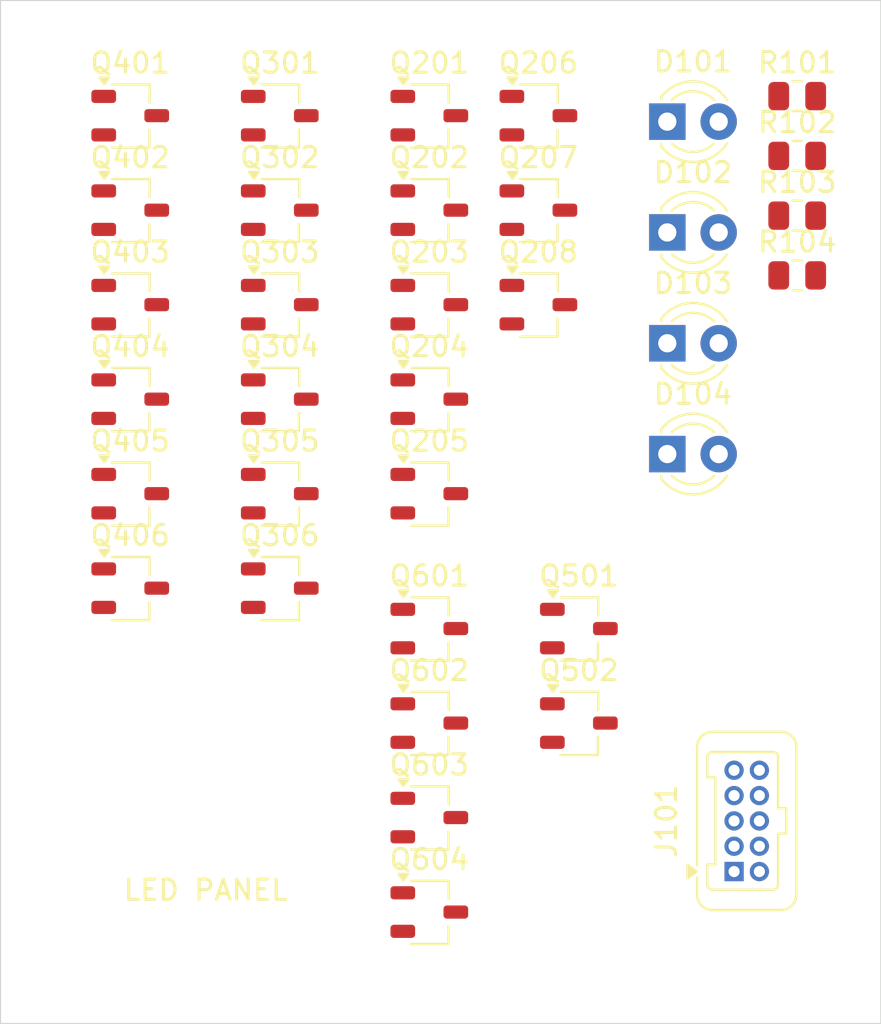
<source format=kicad_pcb>
(kicad_pcb (version 20241229) (generator "pcbnew") (generator_version "9.0")
  (layers (0 "F.Cu" signal) (2 "B.Cu" signal) (13 "F.Paste" user) (15 "B.Paste" user) (5 "F.SilkS" user "F.Silkscreen") (7 "B.SilkS" user "B.Silkscreen") (1 "F.Mask" user) (3 "B.Mask" user) (25 "Edge.Cuts" user))
  (net 0 "")
  (net 1 "GND")
  (net 2 "Net-(D101-A)")
  (net 3 "Net-(Q201-D)")
  (net 4 "/CTRL1")
  (net 5 "VCC")
  (net 6 "/CTRL0")
  (net 7 "Net-(Q203-S)")
  (net 8 "Net-(Q204-S)")
  (net 9 "/CTRL4")
  (net 10 "/and3_1/Y")
  (net 11 "/CTRL2")
  (net 12 "Net-(Q301-D)")
  (net 13 "Net-(Q302-D)")
  (net 14 "/CTRL3")
  (net 15 "/and2_1/A")
  (net 16 "Net-(Q401-D)")
  (net 17 "Net-(Q402-D)")
  (net 18 "/and2_1/Y")
  (net 19 "/or2_2/Y")
  (net 20 "Net-(D102-A)")
  (net 21 "Net-(D103-A)")
  (net 22 "Net-(D104-A)")
  (net 23 "/and2_1/nand2_1/Y")
  (net 24 "Net-(Q602-S)")
  (net 25 "LESS_FL")
  (net 26 "EQ_FL")
  (net 27 "GREAT_FL")
  (footprint "LED_THT:LED_D3.0mm" (layer "F.Cu") (at 129.95 70.98)
    (property "Reference" "D101" (at 1.27 -2.96 0) (layer "F.SilkS"))
    (property "Value" "LED22")
    (fp_line (start -0.29 -1.236) (end -0.29 -1.08) (stroke (width 0.12)) (layer "F.SilkS"))
    (fp_line (start -0.29 1.08) (end -0.29 1.236) (stroke (width 0.12)) (layer "F.SilkS"))
    (fp_arc (start -0.29 -1.235516) (mid 1.36566 -1.987699) (end 2.941437 -1.08) (stroke (width 0.12)) (layer "F.SilkS"))
    (fp_arc (start 0.229039 -1.08) (mid 1.27 -1.5) (end 2.310961 -1.08) (stroke (width 0.12)) (layer "F.SilkS"))
    (fp_arc (start 2.310961 1.08) (mid 1.27 1.5) (end 0.229039 1.08) (stroke (width 0.12)) (layer "F.SilkS"))
    (fp_arc (start 2.941437 1.08) (mid 1.36566 1.987699) (end -0.29 1.235516) (stroke (width 0.12)) (layer "F.SilkS"))
    (pad "1" thru_hole rect (at 0 0) (size 1.8 1.8) (drill 0.9) (layers "*.Cu" "*.Mask") (net 1 "GND"))
    (pad "2" thru_hole circle (at 2.54 0) (size 1.8 1.8) (drill 0.9) (layers "*.Cu" "*.Mask") (net 2 "Net-(D101-A)"))
  )
  (footprint "Package_TO_SOT_SMD:TSOT-23" (layer "F.Cu") (at 110.8 70.685)
    (property "Reference" "Q301" (at 0 -2.6 0) (layer "F.SilkS"))
    (property "Value" "NMOS")
    (fp_line (start 0.945 0.69) (end 0.945 1.58) (stroke (width 0.12)) (layer "F.SilkS"))
    (fp_line (start 0.945 1.58) (end -0.905 1.58) (stroke (width 0.12)) (layer "F.SilkS"))
    (fp_line (start 0.96 -1.54) (end -0.89 -1.54) (stroke (width 0.12)) (layer "F.SilkS"))
    (fp_line (start 0.96 -1.54) (end 0.96 -0.65) (stroke (width 0.12)) (layer "F.SilkS"))
    (fp_poly (pts (xy -1.28 -1.55) (xy -1.52 -1.88) (xy -1.04 -1.88) (xy -1.28 -1.55)) (stroke (width 0.12)) (fill yes) (layer "F.SilkS"))
    (pad "1" smd roundrect (at -1.31 -0.95) (size 1.22 0.65) (layers "F.Cu" "F.Mask" "F.Paste") (net 12 "Net-(Q301-D)"))
    (pad "2" smd roundrect (at -1.31 0.95) (size 1.22 0.65) (layers "F.Cu" "F.Mask" "F.Paste") (net 11 "/CTRL2"))
    (pad "3" smd roundrect (at 1.31 0) (size 1.22 0.65) (layers "F.Cu" "F.Mask" "F.Paste") (net 1 "GND"))
  )
  (footprint "Package_TO_SOT_SMD:TSOT-23" (layer "F.Cu") (at 110.8 94.01)
    (property "Reference" "Q306" (at 0 -2.6 0) (layer "F.SilkS"))
    (property "Value" "NMOS")
    (fp_line (start 0.945 0.69) (end 0.945 1.58) (stroke (width 0.12)) (layer "F.SilkS"))
    (fp_line (start 0.945 1.58) (end -0.905 1.58) (stroke (width 0.12)) (layer "F.SilkS"))
    (fp_line (start 0.96 -1.54) (end -0.89 -1.54) (stroke (width 0.12)) (layer "F.SilkS"))
    (fp_line (start 0.96 -1.54) (end 0.96 -0.65) (stroke (width 0.12)) (layer "F.SilkS"))
    (fp_poly (pts (xy -1.28 -1.55) (xy -1.52 -1.88) (xy -1.04 -1.88) (xy -1.28 -1.55)) (stroke (width 0.12)) (fill yes) (layer "F.SilkS"))
    (pad "1" smd roundrect (at -1.31 -0.95) (size 1.22 0.65) (layers "F.Cu" "F.Mask" "F.Paste") (net 15 "/and2_1/A"))
    (pad "2" smd roundrect (at -1.31 0.95) (size 1.22 0.65) (layers "F.Cu" "F.Mask" "F.Paste") (net 12 "Net-(Q301-D)"))
    (pad "3" smd roundrect (at 1.31 0) (size 1.22 0.65) (layers "F.Cu" "F.Mask" "F.Paste") (net 1 "GND"))
  )
  (footprint "Package_TO_SOT_SMD:TSOT-23" (layer "F.Cu") (at 110.8 84.68)
    (property "Reference" "Q304" (at 0 -2.6 0) (layer "F.SilkS"))
    (property "Value" "NMOS")
    (fp_line (start 0.945 0.69) (end 0.945 1.58) (stroke (width 0.12)) (layer "F.SilkS"))
    (fp_line (start 0.945 1.58) (end -0.905 1.58) (stroke (width 0.12)) (layer "F.SilkS"))
    (fp_line (start 0.96 -1.54) (end -0.89 -1.54) (stroke (width 0.12)) (layer "F.SilkS"))
    (fp_line (start 0.96 -1.54) (end 0.96 -0.65) (stroke (width 0.12)) (layer "F.SilkS"))
    (fp_poly (pts (xy -1.28 -1.55) (xy -1.52 -1.88) (xy -1.04 -1.88) (xy -1.28 -1.55)) (stroke (width 0.12)) (fill yes) (layer "F.SilkS"))
    (pad "1" smd roundrect (at -1.31 -0.95) (size 1.22 0.65) (layers "F.Cu" "F.Mask" "F.Paste") (net 12 "Net-(Q301-D)"))
    (pad "2" smd roundrect (at -1.31 0.95) (size 1.22 0.65) (layers "F.Cu" "F.Mask" "F.Paste") (net 14 "/CTRL3"))
    (pad "3" smd roundrect (at 1.31 0) (size 1.22 0.65) (layers "F.Cu" "F.Mask" "F.Paste") (net 1 "GND"))
  )
  (footprint "Package_TO_SOT_SMD:TSOT-23" (layer "F.Cu") (at 123.58 70.685)
    (property "Reference" "Q206" (at 0 -2.6 0) (layer "F.SilkS"))
    (property "Value" "PMOS")
    (fp_line (start 0.945 0.69) (end 0.945 1.58) (stroke (width 0.12)) (layer "F.SilkS"))
    (fp_line (start 0.945 1.58) (end -0.905 1.58) (stroke (width 0.12)) (layer "F.SilkS"))
    (fp_line (start 0.96 -1.54) (end -0.89 -1.54) (stroke (width 0.12)) (layer "F.SilkS"))
    (fp_line (start 0.96 -1.54) (end 0.96 -0.65) (stroke (width 0.12)) (layer "F.SilkS"))
    (fp_poly (pts (xy -1.28 -1.55) (xy -1.52 -1.88) (xy -1.04 -1.88) (xy -1.28 -1.55)) (stroke (width 0.12)) (fill yes) (layer "F.SilkS"))
    (pad "1" smd roundrect (at -1.31 -0.95) (size 1.22 0.65) (layers "F.Cu" "F.Mask" "F.Paste") (net 3 "Net-(Q201-D)"))
    (pad "2" smd roundrect (at -1.31 0.95) (size 1.22 0.65) (layers "F.Cu" "F.Mask" "F.Paste") (net 9 "/CTRL4"))
    (pad "3" smd roundrect (at 1.31 0) (size 1.22 0.65) (layers "F.Cu" "F.Mask" "F.Paste") (net 5 "VCC"))
  )
  (footprint "Package_TO_SOT_SMD:TSOT-23" (layer "F.Cu") (at 103.41 75.35)
    (property "Reference" "Q402" (at 0 -2.6 0) (layer "F.SilkS"))
    (property "Value" "PMOS")
    (fp_line (start 0.945 0.69) (end 0.945 1.58) (stroke (width 0.12)) (layer "F.SilkS"))
    (fp_line (start 0.945 1.58) (end -0.905 1.58) (stroke (width 0.12)) (layer "F.SilkS"))
    (fp_line (start 0.96 -1.54) (end -0.89 -1.54) (stroke (width 0.12)) (layer "F.SilkS"))
    (fp_line (start 0.96 -1.54) (end 0.96 -0.65) (stroke (width 0.12)) (layer "F.SilkS"))
    (fp_poly (pts (xy -1.28 -1.55) (xy -1.52 -1.88) (xy -1.04 -1.88) (xy -1.28 -1.55)) (stroke (width 0.12)) (fill yes) (layer "F.SilkS"))
    (pad "1" smd roundrect (at -1.31 -0.95) (size 1.22 0.65) (layers "F.Cu" "F.Mask" "F.Paste") (net 17 "Net-(Q402-D)"))
    (pad "2" smd roundrect (at -1.31 0.95) (size 1.22 0.65) (layers "F.Cu" "F.Mask" "F.Paste") (net 10 "/and3_1/Y"))
    (pad "3" smd roundrect (at 1.31 0) (size 1.22 0.65) (layers "F.Cu" "F.Mask" "F.Paste") (net 5 "VCC"))
  )
  (footprint "Package_TO_SOT_SMD:TSOT-23" (layer "F.Cu") (at 103.41 89.345)
    (property "Reference" "Q405" (at 0 -2.6 0) (layer "F.SilkS"))
    (property "Value" "PMOS")
    (fp_line (start 0.945 0.69) (end 0.945 1.58) (stroke (width 0.12)) (layer "F.SilkS"))
    (fp_line (start 0.945 1.58) (end -0.905 1.58) (stroke (width 0.12)) (layer "F.SilkS"))
    (fp_line (start 0.96 -1.54) (end -0.89 -1.54) (stroke (width 0.12)) (layer "F.SilkS"))
    (fp_line (start 0.96 -1.54) (end 0.96 -0.65) (stroke (width 0.12)) (layer "F.SilkS"))
    (fp_poly (pts (xy -1.28 -1.55) (xy -1.52 -1.88) (xy -1.04 -1.88) (xy -1.28 -1.55)) (stroke (width 0.12)) (fill yes) (layer "F.SilkS"))
    (pad "1" smd roundrect (at -1.31 -0.95) (size 1.22 0.65) (layers "F.Cu" "F.Mask" "F.Paste") (net 19 "/or2_2/Y"))
    (pad "2" smd roundrect (at -1.31 0.95) (size 1.22 0.65) (layers "F.Cu" "F.Mask" "F.Paste") (net 16 "Net-(Q401-D)"))
    (pad "3" smd roundrect (at 1.31 0) (size 1.22 0.65) (layers "F.Cu" "F.Mask" "F.Paste") (net 5 "VCC"))
  )
  (footprint "Package_TO_SOT_SMD:TSOT-23" (layer "F.Cu") (at 118.19 96.005)
    (property "Reference" "Q601" (at 0 -2.6 0) (layer "F.SilkS"))
    (property "Value" "PMOS")
    (fp_line (start 0.945 0.69) (end 0.945 1.58) (stroke (width 0.12)) (layer "F.SilkS"))
    (fp_line (start 0.945 1.58) (end -0.905 1.58) (stroke (width 0.12)) (layer "F.SilkS"))
    (fp_line (start 0.96 -1.54) (end -0.89 -1.54) (stroke (width 0.12)) (layer "F.SilkS"))
    (fp_line (start 0.96 -1.54) (end 0.96 -0.65) (stroke (width 0.12)) (layer "F.SilkS"))
    (fp_poly (pts (xy -1.28 -1.55) (xy -1.52 -1.88) (xy -1.04 -1.88) (xy -1.28 -1.55)) (stroke (width 0.12)) (fill yes) (layer "F.SilkS"))
    (pad "1" smd roundrect (at -1.31 -0.95) (size 1.22 0.65) (layers "F.Cu" "F.Mask" "F.Paste") (net 23 "/and2_1/nand2_1/Y"))
    (pad "2" smd roundrect (at -1.31 0.95) (size 1.22 0.65) (layers "F.Cu" "F.Mask" "F.Paste") (net 15 "/and2_1/A"))
    (pad "3" smd roundrect (at 1.31 0) (size 1.22 0.65) (layers "F.Cu" "F.Mask" "F.Paste") (net 5 "VCC"))
  )
  (footprint "Package_TO_SOT_SMD:TSOT-23" (layer "F.Cu") (at 118.19 84.68)
    (property "Reference" "Q204" (at 0 -2.6 0) (layer "F.SilkS"))
    (property "Value" "NMOS")
    (fp_line (start 0.945 0.69) (end 0.945 1.58) (stroke (width 0.12)) (layer "F.SilkS"))
    (fp_line (start 0.945 1.58) (end -0.905 1.58) (stroke (width 0.12)) (layer "F.SilkS"))
    (fp_line (start 0.96 -1.54) (end -0.89 -1.54) (stroke (width 0.12)) (layer "F.SilkS"))
    (fp_line (start 0.96 -1.54) (end 0.96 -0.65) (stroke (width 0.12)) (layer "F.SilkS"))
    (fp_poly (pts (xy -1.28 -1.55) (xy -1.52 -1.88) (xy -1.04 -1.88) (xy -1.28 -1.55)) (stroke (width 0.12)) (fill yes) (layer "F.SilkS"))
    (pad "1" smd roundrect (at -1.31 -0.95) (size 1.22 0.65) (layers "F.Cu" "F.Mask" "F.Paste") (net 7 "Net-(Q203-S)"))
    (pad "2" smd roundrect (at -1.31 0.95) (size 1.22 0.65) (layers "F.Cu" "F.Mask" "F.Paste") (net 6 "/CTRL0"))
    (pad "3" smd roundrect (at 1.31 0) (size 1.22 0.65) (layers "F.Cu" "F.Mask" "F.Paste") (net 8 "Net-(Q204-S)"))
  )
  (footprint "Resistor_SMD:R_0805_2012Metric" (layer "F.Cu") (at 136.37 75.62)
    (property "Reference" "R103" (at 0 -1.65 0) (layer "F.SilkS"))
    (property "Value" "300")
    (fp_line (start -0.227064 -0.735) (end 0.227064 -0.735) (stroke (width 0.12)) (layer "F.SilkS"))
    (fp_line (start -0.227064 0.735) (end 0.227064 0.735) (stroke (width 0.12)) (layer "F.SilkS"))
    (pad "1" smd roundrect (at -0.9125 0) (size 1.025 1.4) (layers "F.Cu" "F.Mask" "F.Paste") (roundrect_rratio 0.243902) (net 21 "Net-(D103-A)"))
    (pad "2" smd roundrect (at 0.9125 0) (size 1.025 1.4) (layers "F.Cu" "F.Mask" "F.Paste") (roundrect_rratio 0.243902) (net 27 "GREAT_FL"))
  )
  (footprint "Package_TO_SOT_SMD:TSOT-23" (layer "F.Cu") (at 118.19 80.015)
    (property "Reference" "Q203" (at 0 -2.6 0) (layer "F.SilkS"))
    (property "Value" "NMOS")
    (fp_line (start 0.945 0.69) (end 0.945 1.58) (stroke (width 0.12)) (layer "F.SilkS"))
    (fp_line (start 0.945 1.58) (end -0.905 1.58) (stroke (width 0.12)) (layer "F.SilkS"))
    (fp_line (start 0.96 -1.54) (end -0.89 -1.54) (stroke (width 0.12)) (layer "F.SilkS"))
    (fp_line (start 0.96 -1.54) (end 0.96 -0.65) (stroke (width 0.12)) (layer "F.SilkS"))
    (fp_poly (pts (xy -1.28 -1.55) (xy -1.52 -1.88) (xy -1.04 -1.88) (xy -1.28 -1.55)) (stroke (width 0.12)) (fill yes) (layer "F.SilkS"))
    (pad "1" smd roundrect (at -1.31 -0.95) (size 1.22 0.65) (layers "F.Cu" "F.Mask" "F.Paste") (net 3 "Net-(Q201-D)"))
    (pad "2" smd roundrect (at -1.31 0.95) (size 1.22 0.65) (layers "F.Cu" "F.Mask" "F.Paste") (net 4 "/CTRL1"))
    (pad "3" smd roundrect (at 1.31 0) (size 1.22 0.65) (layers "F.Cu" "F.Mask" "F.Paste") (net 7 "Net-(Q203-S)"))
  )
  (footprint "Resistor_SMD:R_0805_2012Metric" (layer "F.Cu") (at 136.37 78.57)
    (property "Reference" "R104" (at 0 -1.65 0) (layer "F.SilkS"))
    (property "Value" "300")
    (fp_line (start -0.227064 -0.735) (end 0.227064 -0.735) (stroke (width 0.12)) (layer "F.SilkS"))
    (fp_line (start -0.227064 0.735) (end 0.227064 0.735) (stroke (width 0.12)) (layer "F.SilkS"))
    (pad "1" smd roundrect (at -0.9125 0) (size 1.025 1.4) (layers "F.Cu" "F.Mask" "F.Paste") (roundrect_rratio 0.243902) (net 22 "Net-(D104-A)"))
    (pad "2" smd roundrect (at 0.9125 0) (size 1.025 1.4) (layers "F.Cu" "F.Mask" "F.Paste") (roundrect_rratio 0.243902) (net 19 "/or2_2/Y"))
  )
  (footprint "Package_TO_SOT_SMD:TSOT-23" (layer "F.Cu") (at 125.58 100.67)
    (property "Reference" "Q502" (at 0 -2.6 0) (layer "F.SilkS"))
    (property "Value" "NMOS")
    (fp_line (start 0.945 0.69) (end 0.945 1.58) (stroke (width 0.12)) (layer "F.SilkS"))
    (fp_line (start 0.945 1.58) (end -0.905 1.58) (stroke (width 0.12)) (layer "F.SilkS"))
    (fp_line (start 0.96 -1.54) (end -0.89 -1.54) (stroke (width 0.12)) (layer "F.SilkS"))
    (fp_line (start 0.96 -1.54) (end 0.96 -0.65) (stroke (width 0.12)) (layer "F.SilkS"))
    (fp_poly (pts (xy -1.28 -1.55) (xy -1.52 -1.88) (xy -1.04 -1.88) (xy -1.28 -1.55)) (stroke (width 0.12)) (fill yes) (layer "F.SilkS"))
    (pad "1" smd roundrect (at -1.31 -0.95) (size 1.22 0.65) (layers "F.Cu" "F.Mask" "F.Paste") (net 18 "/and2_1/Y"))
    (pad "2" smd roundrect (at -1.31 0.95) (size 1.22 0.65) (layers "F.Cu" "F.Mask" "F.Paste") (net 23 "/and2_1/nand2_1/Y"))
    (pad "3" smd roundrect (at 1.31 0) (size 1.22 0.65) (layers "F.Cu" "F.Mask" "F.Paste") (net 1 "GND"))
  )
  (footprint "Package_TO_SOT_SMD:TSOT-23" (layer "F.Cu") (at 118.19 75.35)
    (property "Reference" "Q202" (at 0 -2.6 0) (layer "F.SilkS"))
    (property "Value" "PMOS")
    (fp_line (start 0.945 0.69) (end 0.945 1.58) (stroke (width 0.12)) (layer "F.SilkS"))
    (fp_line (start 0.945 1.58) (end -0.905 1.58) (stroke (width 0.12)) (layer "F.SilkS"))
    (fp_line (start 0.96 -1.54) (end -0.89 -1.54) (stroke (width 0.12)) (layer "F.SilkS"))
    (fp_line (start 0.96 -1.54) (end 0.96 -0.65) (stroke (width 0.12)) (layer "F.SilkS"))
    (fp_poly (pts (xy -1.28 -1.55) (xy -1.52 -1.88) (xy -1.04 -1.88) (xy -1.28 -1.55)) (stroke (width 0.12)) (fill yes) (layer "F.SilkS"))
    (pad "1" smd roundrect (at -1.31 -0.95) (size 1.22 0.65) (layers "F.Cu" "F.Mask" "F.Paste") (net 3 "Net-(Q201-D)"))
    (pad "2" smd roundrect (at -1.31 0.95) (size 1.22 0.65) (layers "F.Cu" "F.Mask" "F.Paste") (net 6 "/CTRL0"))
    (pad "3" smd roundrect (at 1.31 0) (size 1.22 0.65) (layers "F.Cu" "F.Mask" "F.Paste") (net 5 "VCC"))
  )
  (footprint "LED_THT:LED_D3.0mm" (layer "F.Cu") (at 129.95 76.45)
    (property "Reference" "D102" (at 1.27 -2.96 0) (layer "F.SilkS"))
    (property "Value" "LED21")
    (fp_line (start -0.29 -1.236) (end -0.29 -1.08) (stroke (width 0.12)) (layer "F.SilkS"))
    (fp_line (start -0.29 1.08) (end -0.29 1.236) (stroke (width 0.12)) (layer "F.SilkS"))
    (fp_arc (start -0.29 -1.235516) (mid 1.36566 -1.987699) (end 2.941437 -1.08) (stroke (width 0.12)) (layer "F.SilkS"))
    (fp_arc (start 0.229039 -1.08) (mid 1.27 -1.5) (end 2.310961 -1.08) (stroke (width 0.12)) (layer "F.SilkS"))
    (fp_arc (start 2.310961 1.08) (mid 1.27 1.5) (end 0.229039 1.08) (stroke (width 0.12)) (layer "F.SilkS"))
    (fp_arc (start 2.941437 1.08) (mid 1.36566 1.987699) (end -0.29 1.235516) (stroke (width 0.12)) (layer "F.SilkS"))
    (pad "1" thru_hole rect (at 0 0) (size 1.8 1.8) (drill 0.9) (layers "*.Cu" "*.Mask") (net 1 "GND"))
    (pad "2" thru_hole circle (at 2.54 0) (size 1.8 1.8) (drill 0.9) (layers "*.Cu" "*.Mask") (net 20 "Net-(D102-A)"))
  )
  (footprint "Package_TO_SOT_SMD:TSOT-23" (layer "F.Cu") (at 118.19 100.67)
    (property "Reference" "Q602" (at 0 -2.6 0) (layer "F.SilkS"))
    (property "Value" "NMOS")
    (fp_line (start 0.945 0.69) (end 0.945 1.58) (stroke (width 0.12)) (layer "F.SilkS"))
    (fp_line (start 0.945 1.58) (end -0.905 1.58) (stroke (width 0.12)) (layer "F.SilkS"))
    (fp_line (start 0.96 -1.54) (end -0.89 -1.54) (stroke (width 0.12)) (layer "F.SilkS"))
    (fp_line (start 0.96 -1.54) (end 0.96 -0.65) (stroke (width 0.12)) (layer "F.SilkS"))
    (fp_poly (pts (xy -1.28 -1.55) (xy -1.52 -1.88) (xy -1.04 -1.88) (xy -1.28 -1.55)) (stroke (width 0.12)) (fill yes) (layer "F.SilkS"))
    (pad "1" smd roundrect (at -1.31 -0.95) (size 1.22 0.65) (layers "F.Cu" "F.Mask" "F.Paste") (net 23 "/and2_1/nand2_1/Y"))
    (pad "2" smd roundrect (at -1.31 0.95) (size 1.22 0.65) (layers "F.Cu" "F.Mask" "F.Paste") (net 9 "/CTRL4"))
    (pad "3" smd roundrect (at 1.31 0) (size 1.22 0.65) (layers "F.Cu" "F.Mask" "F.Paste") (net 24 "Net-(Q602-S)"))
  )
  (footprint "Resistor_SMD:R_0805_2012Metric" (layer "F.Cu") (at 136.37 69.72)
    (property "Reference" "R101" (at 0 -1.65 0) (layer "F.SilkS"))
    (property "Value" "300")
    (fp_line (start -0.227064 -0.735) (end 0.227064 -0.735) (stroke (width 0.12)) (layer "F.SilkS"))
    (fp_line (start -0.227064 0.735) (end 0.227064 0.735) (stroke (width 0.12)) (layer "F.SilkS"))
    (pad "1" smd roundrect (at -0.9125 0) (size 1.025 1.4) (layers "F.Cu" "F.Mask" "F.Paste") (roundrect_rratio 0.243902) (net 2 "Net-(D101-A)"))
    (pad "2" smd roundrect (at 0.9125 0) (size 1.025 1.4) (layers "F.Cu" "F.Mask" "F.Paste") (roundrect_rratio 0.243902) (net 25 "LESS_FL"))
  )
  (footprint "Package_TO_SOT_SMD:TSOT-23" (layer "F.Cu") (at 125.58 96.005)
    (property "Reference" "Q501" (at 0 -2.6 0) (layer "F.SilkS"))
    (property "Value" "PMOS")
    (fp_line (start 0.945 0.69) (end 0.945 1.58) (stroke (width 0.12)) (layer "F.SilkS"))
    (fp_line (start 0.945 1.58) (end -0.905 1.58) (stroke (width 0.12)) (layer "F.SilkS"))
    (fp_line (start 0.96 -1.54) (end -0.89 -1.54) (stroke (width 0.12)) (layer "F.SilkS"))
    (fp_line (start 0.96 -1.54) (end 0.96 -0.65) (stroke (width 0.12)) (layer "F.SilkS"))
    (fp_poly (pts (xy -1.28 -1.55) (xy -1.52 -1.88) (xy -1.04 -1.88) (xy -1.28 -1.55)) (stroke (width 0.12)) (fill yes) (layer "F.SilkS"))
    (pad "1" smd roundrect (at -1.31 -0.95) (size 1.22 0.65) (layers "F.Cu" "F.Mask" "F.Paste") (net 18 "/and2_1/Y"))
    (pad "2" smd roundrect (at -1.31 0.95) (size 1.22 0.65) (layers "F.Cu" "F.Mask" "F.Paste") (net 23 "/and2_1/nand2_1/Y"))
    (pad "3" smd roundrect (at 1.31 0) (size 1.22 0.65) (layers "F.Cu" "F.Mask" "F.Paste") (net 5 "VCC"))
  )
  (footprint "Package_TO_SOT_SMD:TSOT-23" (layer "F.Cu") (at 123.58 75.35)
    (property "Reference" "Q207" (at 0 -2.6 0) (layer "F.SilkS"))
    (property "Value" "PMOS")
    (fp_line (start 0.945 0.69) (end 0.945 1.58) (stroke (width 0.12)) (layer "F.SilkS"))
    (fp_line (start 0.945 1.58) (end -0.905 1.58) (stroke (width 0.12)) (layer "F.SilkS"))
    (fp_line (start 0.96 -1.54) (end -0.89 -1.54) (stroke (width 0.12)) (layer "F.SilkS"))
    (fp_line (start 0.96 -1.54) (end 0.96 -0.65) (stroke (width 0.12)) (layer "F.SilkS"))
    (fp_poly (pts (xy -1.28 -1.55) (xy -1.52 -1.88) (xy -1.04 -1.88) (xy -1.28 -1.55)) (stroke (width 0.12)) (fill yes) (layer "F.SilkS"))
    (pad "1" smd roundrect (at -1.31 -0.95) (size 1.22 0.65) (layers "F.Cu" "F.Mask" "F.Paste") (net 10 "/and3_1/Y"))
    (pad "2" smd roundrect (at -1.31 0.95) (size 1.22 0.65) (layers "F.Cu" "F.Mask" "F.Paste") (net 3 "Net-(Q201-D)"))
    (pad "3" smd roundrect (at 1.31 0) (size 1.22 0.65) (layers "F.Cu" "F.Mask" "F.Paste") (net 5 "VCC"))
  )
  (footprint "Connector_Harwin:Harwin_Gecko-G125-FVX1005L0X_2x05_P1.25mm_Vertical" (layer "F.Cu") (at 133.25 108 90)
    (property "Reference" "J101" (at 2.5 -3.35 90) (layer "F.SilkS"))
    (property "Value" "Conn_01x10_Pin")
    (fp_line (start 0.3 -1.825) (end 6.15 -1.825) (stroke (width 0.12)) (layer "F.SilkS"))
    (fp_line (start -1.15 -1.825) (end -0.3 -1.825) (stroke (width 0.12)) (layer "F.SilkS"))
    (fp_line (start 4.65 -1.325) (end 5.65 -1.325) (stroke (width 0.12)) (layer "F.SilkS"))
    (fp_line (start 0.35 -1.325) (end 0.35 -0.925) (stroke (width 0.12)) (layer "F.SilkS"))
    (fp_line (start -0.65 -1.325) (end 0.35 -1.325) (stroke (width 0.12)) (layer "F.SilkS"))
    (fp_line (start 6.9 -1.075) (end 6.9 2.325) (stroke (width 0.12)) (layer "F.SilkS"))
    (fp_line (start 5.9 -1.075) (end 5.9 1.925) (stroke (width 0.12)) (layer "F.SilkS"))
    (fp_line (start -0.9 -1.075) (end -0.9 1.925) (stroke (width 0.12)) (layer "F.SilkS"))
    (fp_line (start -1.9 -1.075) (end -1.9 2.325) (stroke (width 0.12)) (layer "F.SilkS"))
    (fp_line (start 4.65 -0.925) (end 4.65 -1.325) (stroke (width 0.12)) (layer "F.SilkS"))
    (fp_line (start 0.35 -0.925) (end 4.65 -0.925) (stroke (width 0.12)) (layer "F.SilkS"))
    (fp_line (start 3.125 2.175) (end 5.65 2.175) (stroke (width 0.12)) (layer "F.SilkS"))
    (fp_line (start 1.875 2.175) (end 1.875 2.575) (stroke (width 0.12)) (layer "F.SilkS"))
    (fp_line (start -0.65 2.175) (end 1.875 2.175) (stroke (width 0.12)) (layer "F.SilkS"))
    (fp_line (start 3.125 2.575) (end 3.125 2.175) (stroke (width 0.12)) (layer "F.SilkS"))
    (fp_line (start 1.875 2.575) (end 3.125 2.575) (stroke (width 0.12)) (layer "F.SilkS"))
    (fp_line (start -1.15 3.075) (end 6.15 3.075) (stroke (width 0.12)) (layer "F.SilkS"))
    (fp_arc (start 6.15 -1.825) (mid 6.68033 -1.60533) (end 6.9 -1.075) (stroke (width 0.12)) (layer "F.SilkS"))
    (fp_arc (start 5.65 -1.325) (mid 5.826777 -1.251777) (end 5.9 -1.075) (stroke (width 0.12)) (layer "F.SilkS"))
    (fp_arc (start -0.9 -1.075) (mid -0.826777 -1.251777) (end -0.65 -1.325) (stroke (width 0.12)) (layer "F.SilkS"))
    (fp_arc (start -1.9 -1.075) (mid -1.68033 -1.60533) (end -1.15 -1.825) (stroke (width 0.12)) (layer "F.SilkS"))
    (fp_arc (start 5.9 1.925) (mid 5.826777 2.101777) (end 5.65 2.175) (stroke (width 0.12)) (layer "F.SilkS"))
    (fp_arc (start -0.65 2.175) (mid -0.826777 2.101777) (end -0.9 1.925) (stroke (width 0.12)) (layer "F.SilkS"))
    (fp_arc (start 6.9 2.325) (mid 6.68033 2.85533) (end 6.15 3.075) (stroke (width 0.12)) (layer "F.SilkS"))
    (fp_arc (start -1.15 3.075) (mid -1.68033 2.85533) (end -1.9 2.325) (stroke (width 0.12)) (layer "F.SilkS"))
    (fp_poly (pts (xy 0 -1.83) (xy -0.34 -2.3) (xy 0.34 -2.3) (xy 0 -1.83)) (stroke (width 0.12)) (fill yes) (layer "F.SilkS"))
    (pad "1" thru_hole rect (at 0 0 90) (size 0.95 0.95) (drill 0.55) (layers "*.Cu" "*.Mask"))
    (pad "2" thru_hole circle (at 1.25 0 90) (size 0.95 0.95) (drill 0.55) (layers "*.Cu" "*.Mask"))
    (pad "3" thru_hole circle (at 2.5 0 90) (size 0.95 0.95) (drill 0.55) (layers "*.Cu" "*.Mask"))
    (pad "4" thru_hole circle (at 3.75 0 90) (size 0.95 0.95) (drill 0.55) (layers "*.Cu" "*.Mask"))
    (pad "5" thru_hole circle (at 5 0 90) (size 0.95 0.95) (drill 0.55) (layers "*.Cu" "*.Mask"))
    (pad "6" thru_hole circle (at 0 1.25 90) (size 0.95 0.95) (drill 0.55) (layers "*.Cu" "*.Mask"))
    (pad "7" thru_hole circle (at 1.25 1.25 90) (size 0.95 0.95) (drill 0.55) (layers "*.Cu" "*.Mask"))
    (pad "8" thru_hole circle (at 2.5 1.25 90) (size 0.95 0.95) (drill 0.55) (layers "*.Cu" "*.Mask"))
    (pad "9" thru_hole circle (at 3.75 1.25 90) (size 0.95 0.95) (drill 0.55) (layers "*.Cu" "*.Mask"))
    (pad "10" thru_hole circle (at 5 1.25 90) (size 0.95 0.95) (drill 0.55) (layers "*.Cu" "*.Mask"))
  )
  (footprint "LED_THT:LED_D3.0mm" (layer "F.Cu") (at 129.95 81.92)
    (property "Reference" "D103" (at 1.27 -2.96 0) (layer "F.SilkS"))
    (property "Value" "LED23")
    (fp_line (start -0.29 -1.236) (end -0.29 -1.08) (stroke (width 0.12)) (layer "F.SilkS"))
    (fp_line (start -0.29 1.08) (end -0.29 1.236) (stroke (width 0.12)) (layer "F.SilkS"))
    (fp_arc (start -0.29 -1.235516) (mid 1.36566 -1.987699) (end 2.941437 -1.08) (stroke (width 0.12)) (layer "F.SilkS"))
    (fp_arc (start 0.229039 -1.08) (mid 1.27 -1.5) (end 2.310961 -1.08) (stroke (width 0.12)) (layer "F.SilkS"))
    (fp_arc (start 2.310961 1.08) (mid 1.27 1.5) (end 0.229039 1.08) (stroke (width 0.12)) (layer "F.SilkS"))
    (fp_arc (start 2.941437 1.08) (mid 1.36566 1.987699) (end -0.29 1.235516) (stroke (width 0.12)) (layer "F.SilkS"))
    (pad "1" thru_hole rect (at 0 0) (size 1.8 1.8) (drill 0.9) (layers "*.Cu" "*.Mask") (net 1 "GND"))
    (pad "2" thru_hole circle (at 2.54 0) (size 1.8 1.8) (drill 0.9) (layers "*.Cu" "*.Mask") (net 21 "Net-(D103-A)"))
  )
  (footprint "Package_TO_SOT_SMD:TSOT-23" (layer "F.Cu") (at 118.19 70.685)
    (property "Reference" "Q201" (at 0 -2.6 0) (layer "F.SilkS"))
    (property "Value" "PMOS")
    (fp_line (start 0.945 0.69) (end 0.945 1.58) (stroke (width 0.12)) (layer "F.SilkS"))
    (fp_line (start 0.945 1.58) (end -0.905 1.58) (stroke (width 0.12)) (layer "F.SilkS"))
    (fp_line (start 0.96 -1.54) (end -0.89 -1.54) (stroke (width 0.12)) (layer "F.SilkS"))
    (fp_line (start 0.96 -1.54) (end 0.96 -0.65) (stroke (width 0.12)) (layer "F.SilkS"))
    (fp_poly (pts (xy -1.28 -1.55) (xy -1.52 -1.88) (xy -1.04 -1.88) (xy -1.28 -1.55)) (stroke (width 0.12)) (fill yes) (layer "F.SilkS"))
    (pad "1" smd roundrect (at -1.31 -0.95) (size 1.22 0.65) (layers "F.Cu" "F.Mask" "F.Paste") (net 3 "Net-(Q201-D)"))
    (pad "2" smd roundrect (at -1.31 0.95) (size 1.22 0.65) (layers "F.Cu" "F.Mask" "F.Paste") (net 4 "/CTRL1"))
    (pad "3" smd roundrect (at 1.31 0) (size 1.22 0.65) (layers "F.Cu" "F.Mask" "F.Paste") (net 5 "VCC"))
  )
  (footprint "Package_TO_SOT_SMD:TSOT-23" (layer "F.Cu") (at 118.19 89.345)
    (property "Reference" "Q205" (at 0 -2.6 0) (layer "F.SilkS"))
    (property "Value" "NMOS")
    (fp_line (start 0.945 0.69) (end 0.945 1.58) (stroke (width 0.12)) (layer "F.SilkS"))
    (fp_line (start 0.945 1.58) (end -0.905 1.58) (stroke (width 0.12)) (layer "F.SilkS"))
    (fp_line (start 0.96 -1.54) (end -0.89 -1.54) (stroke (width 0.12)) (layer "F.SilkS"))
    (fp_line (start 0.96 -1.54) (end 0.96 -0.65) (stroke (width 0.12)) (layer "F.SilkS"))
    (fp_poly (pts (xy -1.28 -1.55) (xy -1.52 -1.88) (xy -1.04 -1.88) (xy -1.28 -1.55)) (stroke (width 0.12)) (fill yes) (layer "F.SilkS"))
    (pad "1" smd roundrect (at -1.31 -0.95) (size 1.22 0.65) (layers "F.Cu" "F.Mask" "F.Paste") (net 8 "Net-(Q204-S)"))
    (pad "2" smd roundrect (at -1.31 0.95) (size 1.22 0.65) (layers "F.Cu" "F.Mask" "F.Paste") (net 9 "/CTRL4"))
    (pad "3" smd roundrect (at 1.31 0) (size 1.22 0.65) (layers "F.Cu" "F.Mask" "F.Paste") (net 1 "GND"))
  )
  (footprint "Package_TO_SOT_SMD:TSOT-23" (layer "F.Cu") (at 118.19 110)
    (property "Reference" "Q604" (at 0 -2.6 0) (layer "F.SilkS"))
    (property "Value" "PMOS")
    (fp_line (start 0.945 0.69) (end 0.945 1.58) (stroke (width 0.12)) (layer "F.SilkS"))
    (fp_line (start 0.945 1.58) (end -0.905 1.58) (stroke (width 0.12)) (layer "F.SilkS"))
    (fp_line (start 0.96 -1.54) (end -0.89 -1.54) (stroke (width 0.12)) (layer "F.SilkS"))
    (fp_line (start 0.96 -1.54) (end 0.96 -0.65) (stroke (width 0.12)) (layer "F.SilkS"))
    (fp_poly (pts (xy -1.28 -1.55) (xy -1.52 -1.88) (xy -1.04 -1.88) (xy -1.28 -1.55)) (stroke (width 0.12)) (fill yes) (layer "F.SilkS"))
    (pad "1" smd roundrect (at -1.31 -0.95) (size 1.22 0.65) (layers "F.Cu" "F.Mask" "F.Paste") (net 23 "/and2_1/nand2_1/Y"))
    (pad "2" smd roundrect (at -1.31 0.95) (size 1.22 0.65) (layers "F.Cu" "F.Mask" "F.Paste") (net 9 "/CTRL4"))
    (pad "3" smd roundrect (at 1.31 0) (size 1.22 0.65) (layers "F.Cu" "F.Mask" "F.Paste") (net 5 "VCC"))
  )
  (footprint "Package_TO_SOT_SMD:TSOT-23" (layer "F.Cu") (at 110.8 80.015)
    (property "Reference" "Q303" (at 0 -2.6 0) (layer "F.SilkS"))
    (property "Value" "PMOS")
    (fp_line (start 0.945 0.69) (end 0.945 1.58) (stroke (width 0.12)) (layer "F.SilkS"))
    (fp_line (start 0.945 1.58) (end -0.905 1.58) (stroke (width 0.12)) (layer "F.SilkS"))
    (fp_line (start 0.96 -1.54) (end -0.89 -1.54) (stroke (width 0.12)) (layer "F.SilkS"))
    (fp_line (start 0.96 -1.54) (end 0.96 -0.65) (stroke (width 0.12)) (layer "F.SilkS"))
    (fp_poly (pts (xy -1.28 -1.55) (xy -1.52 -1.88) (xy -1.04 -1.88) (xy -1.28 -1.55)) (stroke (width 0.12)) (fill yes) (layer "F.SilkS"))
    (pad "1" smd roundrect (at -1.31 -0.95) (size 1.22 0.65) (layers "F.Cu" "F.Mask" "F.Paste") (net 12 "Net-(Q301-D)"))
    (pad "2" smd roundrect (at -1.31 0.95) (size 1.22 0.65) (layers "F.Cu" "F.Mask" "F.Paste") (net 14 "/CTRL3"))
    (pad "3" smd roundrect (at 1.31 0) (size 1.22 0.65) (layers "F.Cu" "F.Mask" "F.Paste") (net 13 "Net-(Q302-D)"))
  )
  (footprint "Package_TO_SOT_SMD:TSOT-23" (layer "F.Cu") (at 110.8 89.345)
    (property "Reference" "Q305" (at 0 -2.6 0) (layer "F.SilkS"))
    (property "Value" "PMOS")
    (fp_line (start 0.945 0.69) (end 0.945 1.58) (stroke (width 0.12)) (layer "F.SilkS"))
    (fp_line (start 0.945 1.58) (end -0.905 1.58) (stroke (width 0.12)) (layer "F.SilkS"))
    (fp_line (start 0.96 -1.54) (end -0.89 -1.54) (stroke (width 0.12)) (layer "F.SilkS"))
    (fp_line (start 0.96 -1.54) (end 0.96 -0.65) (stroke (width 0.12)) (layer "F.SilkS"))
    (fp_poly (pts (xy -1.28 -1.55) (xy -1.52 -1.88) (xy -1.04 -1.88) (xy -1.28 -1.55)) (stroke (width 0.12)) (fill yes) (layer "F.SilkS"))
    (pad "1" smd roundrect (at -1.31 -0.95) (size 1.22 0.65) (layers "F.Cu" "F.Mask" "F.Paste") (net 15 "/and2_1/A"))
    (pad "2" smd roundrect (at -1.31 0.95) (size 1.22 0.65) (layers "F.Cu" "F.Mask" "F.Paste") (net 12 "Net-(Q301-D)"))
    (pad "3" smd roundrect (at 1.31 0) (size 1.22 0.65) (layers "F.Cu" "F.Mask" "F.Paste") (net 5 "VCC"))
  )
  (footprint "LED_THT:LED_D3.0mm" (layer "F.Cu") (at 129.95 87.39)
    (property "Reference" "D104" (at 1.27 -2.96 0) (layer "F.SilkS"))
    (property "Value" "LED20")
    (fp_line (start -0.29 -1.236) (end -0.29 -1.08) (stroke (width 0.12)) (layer "F.SilkS"))
    (fp_line (start -0.29 1.08) (end -0.29 1.236) (stroke (width 0.12)) (layer "F.SilkS"))
    (fp_arc (start -0.29 -1.235516) (mid 1.36566 -1.987699) (end 2.941437 -1.08) (stroke (width 0.12)) (layer "F.SilkS"))
    (fp_arc (start 0.229039 -1.08) (mid 1.27 -1.5) (end 2.310961 -1.08) (stroke (width 0.12)) (layer "F.SilkS"))
    (fp_arc (start 2.310961 1.08) (mid 1.27 1.5) (end 0.229039 1.08) (stroke (width 0.12)) (layer "F.SilkS"))
    (fp_arc (start 2.941437 1.08) (mid 1.36566 1.987699) (end -0.29 1.235516) (stroke (width 0.12)) (layer "F.SilkS"))
    (pad "1" thru_hole rect (at 0 0) (size 1.8 1.8) (drill 0.9) (layers "*.Cu" "*.Mask") (net 1 "GND"))
    (pad "2" thru_hole circle (at 2.54 0) (size 1.8 1.8) (drill 0.9) (layers "*.Cu" "*.Mask") (net 22 "Net-(D104-A)"))
  )
  (footprint "Package_TO_SOT_SMD:TSOT-23" (layer "F.Cu") (at 123.58 80.015)
    (property "Reference" "Q208" (at 0 -2.6 0) (layer "F.SilkS"))
    (property "Value" "NMOS")
    (fp_line (start 0.945 0.69) (end 0.945 1.58) (stroke (width 0.12)) (layer "F.SilkS"))
    (fp_line (start 0.945 1.58) (end -0.905 1.58) (stroke (width 0.12)) (layer "F.SilkS"))
    (fp_line (start 0.96 -1.54) (end -0.89 -1.54) (stroke (width 0.12)) (layer "F.SilkS"))
    (fp_line (start 0.96 -1.54) (end 0.96 -0.65) (stroke (width 0.12)) (layer "F.SilkS"))
    (fp_poly (pts (xy -1.28 -1.55) (xy -1.52 -1.88) (xy -1.04 -1.88) (xy -1.28 -1.55)) (stroke (width 0.12)) (fill yes) (layer "F.SilkS"))
    (pad "1" smd roundrect (at -1.31 -0.95) (size 1.22 0.65) (layers "F.Cu" "F.Mask" "F.Paste") (net 10 "/and3_1/Y"))
    (pad "2" smd roundrect (at -1.31 0.95) (size 1.22 0.65) (layers "F.Cu" "F.Mask" "F.Paste") (net 3 "Net-(Q201-D)"))
    (pad "3" smd roundrect (at 1.31 0) (size 1.22 0.65) (layers "F.Cu" "F.Mask" "F.Paste") (net 1 "GND"))
  )
  (footprint "Package_TO_SOT_SMD:TSOT-23" (layer "F.Cu") (at 103.41 94.01)
    (property "Reference" "Q406" (at 0 -2.6 0) (layer "F.SilkS"))
    (property "Value" "NMOS")
    (fp_line (start 0.945 0.69) (end 0.945 1.58) (stroke (width 0.12)) (layer "F.SilkS"))
    (fp_line (start 0.945 1.58) (end -0.905 1.58) (stroke (width 0.12)) (layer "F.SilkS"))
    (fp_line (start 0.96 -1.54) (end -0.89 -1.54) (stroke (width 0.12)) (layer "F.SilkS"))
    (fp_line (start 0.96 -1.54) (end 0.96 -0.65) (stroke (width 0.12)) (layer "F.SilkS"))
    (fp_poly (pts (xy -1.28 -1.55) (xy -1.52 -1.88) (xy -1.04 -1.88) (xy -1.28 -1.55)) (stroke (width 0.12)) (fill yes) (layer "F.SilkS"))
    (pad "1" smd roundrect (at -1.31 -0.95) (size 1.22 0.65) (layers "F.Cu" "F.Mask" "F.Paste") (net 19 "/or2_2/Y"))
    (pad "2" smd roundrect (at -1.31 0.95) (size 1.22 0.65) (layers "F.Cu" "F.Mask" "F.Paste") (net 16 "Net-(Q401-D)"))
    (pad "3" smd roundrect (at 1.31 0) (size 1.22 0.65) (layers "F.Cu" "F.Mask" "F.Paste") (net 1 "GND"))
  )
  (footprint "Package_TO_SOT_SMD:TSOT-23" (layer "F.Cu") (at 110.8 75.35)
    (property "Reference" "Q302" (at 0 -2.6 0) (layer "F.SilkS"))
    (property "Value" "PMOS")
    (fp_line (start 0.945 0.69) (end 0.945 1.58) (stroke (width 0.12)) (layer "F.SilkS"))
    (fp_line (start 0.945 1.58) (end -0.905 1.58) (stroke (width 0.12)) (layer "F.SilkS"))
    (fp_line (start 0.96 -1.54) (end -0.89 -1.54) (stroke (width 0.12)) (layer "F.SilkS"))
    (fp_line (start 0.96 -1.54) (end 0.96 -0.65) (stroke (width 0.12)) (layer "F.SilkS"))
    (fp_poly (pts (xy -1.28 -1.55) (xy -1.52 -1.88) (xy -1.04 -1.88) (xy -1.28 -1.55)) (stroke (width 0.12)) (fill yes) (layer "F.SilkS"))
    (pad "1" smd roundrect (at -1.31 -0.95) (size 1.22 0.65) (layers "F.Cu" "F.Mask" "F.Paste") (net 13 "Net-(Q302-D)"))
    (pad "2" smd roundrect (at -1.31 0.95) (size 1.22 0.65) (layers "F.Cu" "F.Mask" "F.Paste") (net 11 "/CTRL2"))
    (pad "3" smd roundrect (at 1.31 0) (size 1.22 0.65) (layers "F.Cu" "F.Mask" "F.Paste") (net 5 "VCC"))
  )
  (footprint "Package_TO_SOT_SMD:TSOT-23" (layer "F.Cu") (at 103.41 70.685)
    (property "Reference" "Q401" (at 0 -2.6 0) (layer "F.SilkS"))
    (property "Value" "NMOS")
    (fp_line (start 0.945 0.69) (end 0.945 1.58) (stroke (width 0.12)) (layer "F.SilkS"))
    (fp_line (start 0.945 1.58) (end -0.905 1.58) (stroke (width 0.12)) (layer "F.SilkS"))
    (fp_line (start 0.96 -1.54) (end -0.89 -1.54) (stroke (width 0.12)) (layer "F.SilkS"))
    (fp_line (start 0.96 -1.54) (end 0.96 -0.65) (stroke (width 0.12)) (layer "F.SilkS"))
    (fp_poly (pts (xy -1.28 -1.55) (xy -1.52 -1.88) (xy -1.04 -1.88) (xy -1.28 -1.55)) (stroke (width 0.12)) (fill yes) (layer "F.SilkS"))
    (pad "1" smd roundrect (at -1.31 -0.95) (size 1.22 0.65) (layers "F.Cu" "F.Mask" "F.Paste") (net 16 "Net-(Q401-D)"))
    (pad "2" smd roundrect (at -1.31 0.95) (size 1.22 0.65) (layers "F.Cu" "F.Mask" "F.Paste") (net 10 "/and3_1/Y"))
    (pad "3" smd roundrect (at 1.31 0) (size 1.22 0.65) (layers "F.Cu" "F.Mask" "F.Paste") (net 1 "GND"))
  )
  (footprint "Package_TO_SOT_SMD:TSOT-23" (layer "F.Cu") (at 103.41 80.015)
    (property "Reference" "Q403" (at 0 -2.6 0) (layer "F.SilkS"))
    (property "Value" "PMOS")
    (fp_line (start 0.945 0.69) (end 0.945 1.58) (stroke (width 0.12)) (layer "F.SilkS"))
    (fp_line (start 0.945 1.58) (end -0.905 1.58) (stroke (width 0.12)) (layer "F.SilkS"))
    (fp_line (start 0.96 -1.54) (end -0.89 -1.54) (stroke (width 0.12)) (layer "F.SilkS"))
    (fp_line (start 0.96 -1.54) (end 0.96 -0.65) (stroke (width 0.12)) (layer "F.SilkS"))
    (fp_poly (pts (xy -1.28 -1.55) (xy -1.52 -1.88) (xy -1.04 -1.88) (xy -1.28 -1.55)) (stroke (width 0.12)) (fill yes) (layer "F.SilkS"))
    (pad "1" smd roundrect (at -1.31 -0.95) (size 1.22 0.65) (layers "F.Cu" "F.Mask" "F.Paste") (net 16 "Net-(Q401-D)"))
    (pad "2" smd roundrect (at -1.31 0.95) (size 1.22 0.65) (layers "F.Cu" "F.Mask" "F.Paste") (net 18 "/and2_1/Y"))
    (pad "3" smd roundrect (at 1.31 0) (size 1.22 0.65) (layers "F.Cu" "F.Mask" "F.Paste") (net 17 "Net-(Q402-D)"))
  )
  (footprint "Resistor_SMD:R_0805_2012Metric" (layer "F.Cu") (at 136.37 72.67)
    (property "Reference" "R102" (at 0 -1.65 0) (layer "F.SilkS"))
    (property "Value" "300")
    (fp_line (start -0.227064 -0.735) (end 0.227064 -0.735) (stroke (width 0.12)) (layer "F.SilkS"))
    (fp_line (start -0.227064 0.735) (end 0.227064 0.735) (stroke (width 0.12)) (layer "F.SilkS"))
    (pad "1" smd roundrect (at -0.9125 0) (size 1.025 1.4) (layers "F.Cu" "F.Mask" "F.Paste") (roundrect_rratio 0.243902) (net 20 "Net-(D102-A)"))
    (pad "2" smd roundrect (at 0.9125 0) (size 1.025 1.4) (layers "F.Cu" "F.Mask" "F.Paste") (roundrect_rratio 0.243902) (net 26 "EQ_FL"))
  )
  (footprint "Package_TO_SOT_SMD:TSOT-23" (layer "F.Cu") (at 118.19 105.335)
    (property "Reference" "Q603" (at 0 -2.6 0) (layer "F.SilkS"))
    (property "Value" "NMOS")
    (fp_line (start 0.945 0.69) (end 0.945 1.58) (stroke (width 0.12)) (layer "F.SilkS"))
    (fp_line (start 0.945 1.58) (end -0.905 1.58) (stroke (width 0.12)) (layer "F.SilkS"))
    (fp_line (start 0.96 -1.54) (end -0.89 -1.54) (stroke (width 0.12)) (layer "F.SilkS"))
    (fp_line (start 0.96 -1.54) (end 0.96 -0.65) (stroke (width 0.12)) (layer "F.SilkS"))
    (fp_poly (pts (xy -1.28 -1.55) (xy -1.52 -1.88) (xy -1.04 -1.88) (xy -1.28 -1.55)) (stroke (width 0.12)) (fill yes) (layer "F.SilkS"))
    (pad "1" smd roundrect (at -1.31 -0.95) (size 1.22 0.65) (layers "F.Cu" "F.Mask" "F.Paste") (net 24 "Net-(Q602-S)"))
    (pad "2" smd roundrect (at -1.31 0.95) (size 1.22 0.65) (layers "F.Cu" "F.Mask" "F.Paste") (net 15 "/and2_1/A"))
    (pad "3" smd roundrect (at 1.31 0) (size 1.22 0.65) (layers "F.Cu" "F.Mask" "F.Paste") (net 1 "GND"))
  )
  (footprint "Package_TO_SOT_SMD:TSOT-23" (layer "F.Cu") (at 103.41 84.68)
    (property "Reference" "Q404" (at 0 -2.6 0) (layer "F.SilkS"))
    (property "Value" "NMOS")
    (fp_line (start 0.945 0.69) (end 0.945 1.58) (stroke (width 0.12)) (layer "F.SilkS"))
    (fp_line (start 0.945 1.58) (end -0.905 1.58) (stroke (width 0.12)) (layer "F.SilkS"))
    (fp_line (start 0.96 -1.54) (end -0.89 -1.54) (stroke (width 0.12)) (layer "F.SilkS"))
    (fp_line (start 0.96 -1.54) (end 0.96 -0.65) (stroke (width 0.12)) (layer "F.SilkS"))
    (fp_poly (pts (xy -1.28 -1.55) (xy -1.52 -1.88) (xy -1.04 -1.88) (xy -1.28 -1.55)) (stroke (width 0.12)) (fill yes) (layer "F.SilkS"))
    (pad "1" smd roundrect (at -1.31 -0.95) (size 1.22 0.65) (layers "F.Cu" "F.Mask" "F.Paste") (net 16 "Net-(Q401-D)"))
    (pad "2" smd roundrect (at -1.31 0.95) (size 1.22 0.65) (layers "F.Cu" "F.Mask" "F.Paste") (net 18 "/and2_1/Y"))
    (pad "3" smd roundrect (at 1.31 0) (size 1.22 0.65) (layers "F.Cu" "F.Mask" "F.Paste") (net 1 "GND"))
  )
  (gr_rect (start 97 65) (end 140.5 115.5) (stroke (width 0.05)) (fill no) (layer "Edge.Cuts"))
  (gr_text "LED PANEL" (at 103 109.5 0) (layer "F.SilkS") (effects (font (size 1 1)) (justify left bottom)))
)
</source>
